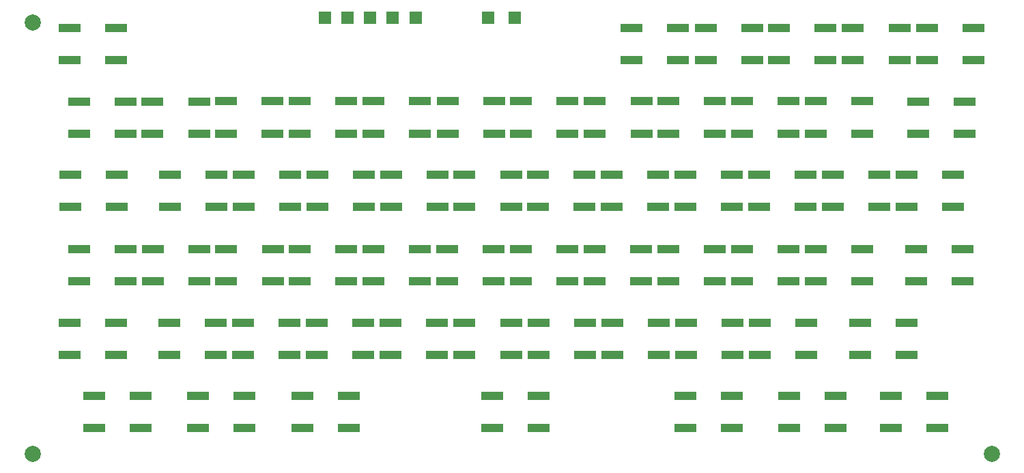
<source format=gbr>
%TF.GenerationSoftware,KiCad,Pcbnew,8.0.7*%
%TF.CreationDate,2025-01-06T21:25:14-08:00*%
%TF.ProjectId,Keyboard V1,4b657962-6f61-4726-9420-56312e6b6963,rev?*%
%TF.SameCoordinates,Original*%
%TF.FileFunction,Soldermask,Top*%
%TF.FilePolarity,Negative*%
%FSLAX46Y46*%
G04 Gerber Fmt 4.6, Leading zero omitted, Abs format (unit mm)*
G04 Created by KiCad (PCBNEW 8.0.7) date 2025-01-06 21:25:14*
%MOMM*%
%LPD*%
G01*
G04 APERTURE LIST*
G04 Aperture macros list*
%AMRoundRect*
0 Rectangle with rounded corners*
0 $1 Rounding radius*
0 $2 $3 $4 $5 $6 $7 $8 $9 X,Y pos of 4 corners*
0 Add a 4 corners polygon primitive as box body*
4,1,4,$2,$3,$4,$5,$6,$7,$8,$9,$2,$3,0*
0 Add four circle primitives for the rounded corners*
1,1,$1+$1,$2,$3*
1,1,$1+$1,$4,$5*
1,1,$1+$1,$6,$7*
1,1,$1+$1,$8,$9*
0 Add four rect primitives between the rounded corners*
20,1,$1+$1,$2,$3,$4,$5,0*
20,1,$1+$1,$4,$5,$6,$7,0*
20,1,$1+$1,$6,$7,$8,$9,0*
20,1,$1+$1,$8,$9,$2,$3,0*%
G04 Aperture macros list end*
%ADD10C,2.000000*%
%ADD11R,2.750000X1.000000*%
%ADD12RoundRect,0.250000X0.550000X0.550000X-0.550000X0.550000X-0.550000X-0.550000X0.550000X-0.550000X0*%
G04 APERTURE END LIST*
D10*
%TO.C,*%
X228130000Y-120740000D03*
%TD*%
D11*
%TO.C,SW60*%
X215595000Y-113580000D03*
X221355000Y-113580000D03*
X215595000Y-117580000D03*
X221355000Y-117580000D03*
%TD*%
%TO.C,SW59*%
X202955000Y-113580000D03*
X208715000Y-113580000D03*
X202955000Y-117580000D03*
X208715000Y-117580000D03*
%TD*%
%TO.C,SW58*%
X190070000Y-113580000D03*
X195830000Y-113580000D03*
X190070000Y-117580000D03*
X195830000Y-117580000D03*
%TD*%
%TO.C,SW57*%
X166125000Y-113580000D03*
X171885000Y-113580000D03*
X166125000Y-117580000D03*
X171885000Y-117580000D03*
%TD*%
%TO.C,SW56*%
X142585000Y-113580000D03*
X148345000Y-113580000D03*
X142585000Y-117580000D03*
X148345000Y-117580000D03*
%TD*%
%TO.C,SW55*%
X129695000Y-113580000D03*
X135455000Y-113580000D03*
X129695000Y-117580000D03*
X135455000Y-117580000D03*
%TD*%
%TO.C,SW54*%
X116770000Y-113580000D03*
X122530000Y-113580000D03*
X116770000Y-117580000D03*
X122530000Y-117580000D03*
%TD*%
%TO.C,SW53*%
X211820000Y-104500000D03*
X217580000Y-104500000D03*
X211820000Y-108500000D03*
X217580000Y-108500000D03*
%TD*%
%TO.C,SW52*%
X199320000Y-104500000D03*
X205080000Y-104500000D03*
X199320000Y-108500000D03*
X205080000Y-108500000D03*
%TD*%
%TO.C,SW51*%
X190170000Y-104500000D03*
X195930000Y-104500000D03*
X190170000Y-108500000D03*
X195930000Y-108500000D03*
%TD*%
%TO.C,SW50*%
X181020000Y-104500000D03*
X186780000Y-104500000D03*
X181020000Y-108500000D03*
X186780000Y-108500000D03*
%TD*%
%TO.C,SW49*%
X171870000Y-104500000D03*
X177630000Y-104500000D03*
X171870000Y-108500000D03*
X177630000Y-108500000D03*
%TD*%
%TO.C,SW48*%
X162720000Y-104500000D03*
X168480000Y-104500000D03*
X162720000Y-108500000D03*
X168480000Y-108500000D03*
%TD*%
%TO.C,SW47*%
X153570000Y-104500000D03*
X159330000Y-104500000D03*
X153570000Y-108500000D03*
X159330000Y-108500000D03*
%TD*%
%TO.C,SW46*%
X144420000Y-104500000D03*
X150180000Y-104500000D03*
X144420000Y-108500000D03*
X150180000Y-108500000D03*
%TD*%
%TO.C,SW45*%
X135270000Y-104500000D03*
X141030000Y-104500000D03*
X135270000Y-108500000D03*
X141030000Y-108500000D03*
%TD*%
%TO.C,SW44*%
X126120000Y-104500000D03*
X131880000Y-104500000D03*
X126120000Y-108500000D03*
X131880000Y-108500000D03*
%TD*%
%TO.C,SW43*%
X113770000Y-104500000D03*
X119530000Y-104500000D03*
X113770000Y-108500000D03*
X119530000Y-108500000D03*
%TD*%
%TO.C,SW42*%
X218720000Y-95350000D03*
X224480000Y-95350000D03*
X218720000Y-99350000D03*
X224480000Y-99350000D03*
%TD*%
%TO.C,SW41*%
X206270000Y-95350000D03*
X212030000Y-95350000D03*
X206270000Y-99350000D03*
X212030000Y-99350000D03*
%TD*%
%TO.C,SW40*%
X197132500Y-95350000D03*
X202892500Y-95350000D03*
X197132500Y-99350000D03*
X202892500Y-99350000D03*
%TD*%
%TO.C,SW39*%
X187995000Y-95350000D03*
X193755000Y-95350000D03*
X187995000Y-99350000D03*
X193755000Y-99350000D03*
%TD*%
%TO.C,SW38*%
X178857500Y-95350000D03*
X184617500Y-95350000D03*
X178857500Y-99350000D03*
X184617500Y-99350000D03*
%TD*%
%TO.C,SW37*%
X169720000Y-95350000D03*
X175480000Y-95350000D03*
X169720000Y-99350000D03*
X175480000Y-99350000D03*
%TD*%
%TO.C,SW36*%
X160582500Y-95350000D03*
X166342500Y-95350000D03*
X160582500Y-99350000D03*
X166342500Y-99350000D03*
%TD*%
%TO.C,SW35*%
X151445000Y-95350000D03*
X157205000Y-95350000D03*
X151445000Y-99350000D03*
X157205000Y-99350000D03*
%TD*%
%TO.C,SW34*%
X142307500Y-95350000D03*
X148067500Y-95350000D03*
X142307500Y-99350000D03*
X148067500Y-99350000D03*
%TD*%
%TO.C,SW33*%
X133170000Y-95350000D03*
X138930000Y-95350000D03*
X133170000Y-99350000D03*
X138930000Y-99350000D03*
%TD*%
%TO.C,SW32*%
X124032500Y-95350000D03*
X129792500Y-95350000D03*
X124032500Y-99350000D03*
X129792500Y-99350000D03*
%TD*%
%TO.C,SW31*%
X114895000Y-95350000D03*
X120655000Y-95350000D03*
X114895000Y-99350000D03*
X120655000Y-99350000D03*
%TD*%
%TO.C,SW30*%
X217545000Y-86140000D03*
X223305000Y-86140000D03*
X217545000Y-90140000D03*
X223305000Y-90140000D03*
%TD*%
%TO.C,SW29*%
X208407500Y-86140000D03*
X214167500Y-86140000D03*
X208407500Y-90140000D03*
X214167500Y-90140000D03*
%TD*%
%TO.C,SW28*%
X199270000Y-86140000D03*
X205030000Y-86140000D03*
X199270000Y-90140000D03*
X205030000Y-90140000D03*
%TD*%
%TO.C,SW27*%
X190132500Y-86140000D03*
X195892500Y-86140000D03*
X190132500Y-90140000D03*
X195892500Y-90140000D03*
%TD*%
%TO.C,SW26*%
X180995000Y-86140000D03*
X186755000Y-86140000D03*
X180995000Y-90140000D03*
X186755000Y-90140000D03*
%TD*%
%TO.C,SW25*%
X171857500Y-86140000D03*
X177617500Y-86140000D03*
X171857500Y-90140000D03*
X177617500Y-90140000D03*
%TD*%
%TO.C,SW24*%
X162720000Y-86140000D03*
X168480000Y-86140000D03*
X162720000Y-90140000D03*
X168480000Y-90140000D03*
%TD*%
%TO.C,SW23*%
X153582500Y-86140000D03*
X159342500Y-86140000D03*
X153582500Y-90140000D03*
X159342500Y-90140000D03*
%TD*%
%TO.C,SW22*%
X144445000Y-86140000D03*
X150205000Y-86140000D03*
X144445000Y-90140000D03*
X150205000Y-90140000D03*
%TD*%
%TO.C,SW21*%
X135307500Y-86140000D03*
X141067500Y-86140000D03*
X135307500Y-90140000D03*
X141067500Y-90140000D03*
%TD*%
%TO.C,SW20*%
X126170000Y-86140000D03*
X131930000Y-86140000D03*
X126170000Y-90140000D03*
X131930000Y-90140000D03*
%TD*%
%TO.C,SW19*%
X113795000Y-86150000D03*
X119555000Y-86150000D03*
X113795000Y-90150000D03*
X119555000Y-90150000D03*
%TD*%
%TO.C,SW18*%
X218945000Y-77050000D03*
X224705000Y-77050000D03*
X218945000Y-81050000D03*
X224705000Y-81050000D03*
%TD*%
%TO.C,SW17*%
X206290000Y-77030000D03*
X212050000Y-77030000D03*
X206290000Y-81030000D03*
X212050000Y-81030000D03*
%TD*%
%TO.C,SW16*%
X197165000Y-77030000D03*
X202925000Y-77030000D03*
X197165000Y-81030000D03*
X202925000Y-81030000D03*
%TD*%
%TO.C,SW15*%
X187990000Y-77030000D03*
X193750000Y-77030000D03*
X187990000Y-81030000D03*
X193750000Y-81030000D03*
%TD*%
%TO.C,SW14*%
X178890000Y-77030000D03*
X184650000Y-77030000D03*
X178890000Y-81030000D03*
X184650000Y-81030000D03*
%TD*%
%TO.C,SW13*%
X169740000Y-77030000D03*
X175500000Y-77030000D03*
X169740000Y-81030000D03*
X175500000Y-81030000D03*
%TD*%
%TO.C,SW12*%
X160640000Y-77030000D03*
X166400000Y-77030000D03*
X160640000Y-81030000D03*
X166400000Y-81030000D03*
%TD*%
%TO.C,SW11*%
X151440000Y-77030000D03*
X157200000Y-77030000D03*
X151440000Y-81030000D03*
X157200000Y-81030000D03*
%TD*%
%TO.C,SW10*%
X142310000Y-77030000D03*
X148070000Y-77030000D03*
X142310000Y-81030000D03*
X148070000Y-81030000D03*
%TD*%
%TO.C,SW9*%
X133140000Y-77030000D03*
X138900000Y-77030000D03*
X133140000Y-81030000D03*
X138900000Y-81030000D03*
%TD*%
%TO.C,SW8*%
X124025000Y-77040000D03*
X129785000Y-77040000D03*
X124025000Y-81040000D03*
X129785000Y-81040000D03*
%TD*%
%TO.C,SW7*%
X114910000Y-77060000D03*
X120670000Y-77060000D03*
X114910000Y-81060000D03*
X120670000Y-81060000D03*
%TD*%
%TO.C,SW6*%
X220045000Y-67900000D03*
X225805000Y-67900000D03*
X220045000Y-71900000D03*
X225805000Y-71900000D03*
%TD*%
%TO.C,SW5*%
X210895000Y-67900000D03*
X216655000Y-67900000D03*
X210895000Y-71900000D03*
X216655000Y-71900000D03*
%TD*%
%TO.C,SW4*%
X201745000Y-67900000D03*
X207505000Y-67900000D03*
X201745000Y-71900000D03*
X207505000Y-71900000D03*
%TD*%
%TO.C,SW3*%
X192620000Y-67900000D03*
X198380000Y-67900000D03*
X192620000Y-71900000D03*
X198380000Y-71900000D03*
%TD*%
%TO.C,SW2*%
X183445000Y-67900000D03*
X189205000Y-67900000D03*
X183445000Y-71900000D03*
X189205000Y-71900000D03*
%TD*%
%TO.C,SW1*%
X113760000Y-67900000D03*
X119520000Y-67900000D03*
X113760000Y-71900000D03*
X119520000Y-71900000D03*
%TD*%
D12*
%TO.C,+5V*%
X165640000Y-66680000D03*
%TD*%
%TO.C,GND*%
X168920000Y-66680000D03*
%TD*%
%TO.C,F6*%
X145380000Y-66680000D03*
%TD*%
%TO.C,F5*%
X148170000Y-66680000D03*
%TD*%
%TO.C,F4*%
X150990000Y-66680000D03*
%TD*%
%TO.C,F1*%
X153830000Y-66680000D03*
%TD*%
%TO.C,F0*%
X156680000Y-66680000D03*
%TD*%
D10*
%TO.C,REF*%
X109130000Y-67240000D03*
%TD*%
%TO.C,REF*%
X109130000Y-120740000D03*
%TD*%
M02*

</source>
